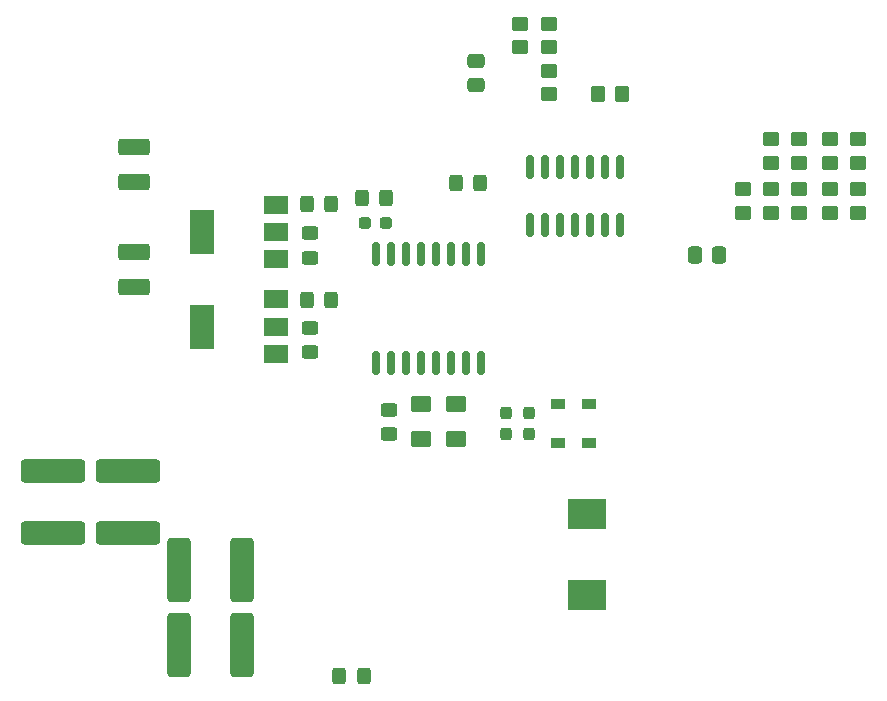
<source format=gbr>
%TF.GenerationSoftware,KiCad,Pcbnew,(6.0.1)*%
%TF.CreationDate,2023-02-17T13:15:31+03:00*%
%TF.ProjectId,_______ IGBT,14403039-3235-4402-9049-4742542e6b69,rev?*%
%TF.SameCoordinates,Original*%
%TF.FileFunction,Paste,Top*%
%TF.FilePolarity,Positive*%
%FSLAX46Y46*%
G04 Gerber Fmt 4.6, Leading zero omitted, Abs format (unit mm)*
G04 Created by KiCad (PCBNEW (6.0.1)) date 2023-02-17 13:15:31*
%MOMM*%
%LPD*%
G01*
G04 APERTURE LIST*
G04 Aperture macros list*
%AMRoundRect*
0 Rectangle with rounded corners*
0 $1 Rounding radius*
0 $2 $3 $4 $5 $6 $7 $8 $9 X,Y pos of 4 corners*
0 Add a 4 corners polygon primitive as box body*
4,1,4,$2,$3,$4,$5,$6,$7,$8,$9,$2,$3,0*
0 Add four circle primitives for the rounded corners*
1,1,$1+$1,$2,$3*
1,1,$1+$1,$4,$5*
1,1,$1+$1,$6,$7*
1,1,$1+$1,$8,$9*
0 Add four rect primitives between the rounded corners*
20,1,$1+$1,$2,$3,$4,$5,0*
20,1,$1+$1,$4,$5,$6,$7,0*
20,1,$1+$1,$6,$7,$8,$9,0*
20,1,$1+$1,$8,$9,$2,$3,0*%
G04 Aperture macros list end*
%ADD10RoundRect,0.250000X-0.450000X0.350000X-0.450000X-0.350000X0.450000X-0.350000X0.450000X0.350000X0*%
%ADD11RoundRect,0.250000X0.450000X-0.350000X0.450000X0.350000X-0.450000X0.350000X-0.450000X-0.350000X0*%
%ADD12RoundRect,0.250001X-1.074999X0.462499X-1.074999X-0.462499X1.074999X-0.462499X1.074999X0.462499X0*%
%ADD13RoundRect,0.250000X-0.475000X0.337500X-0.475000X-0.337500X0.475000X-0.337500X0.475000X0.337500X0*%
%ADD14RoundRect,0.250001X1.074999X-0.462499X1.074999X0.462499X-1.074999X0.462499X-1.074999X-0.462499X0*%
%ADD15RoundRect,0.237500X0.287500X0.237500X-0.287500X0.237500X-0.287500X-0.237500X0.287500X-0.237500X0*%
%ADD16RoundRect,0.237500X0.237500X-0.287500X0.237500X0.287500X-0.237500X0.287500X-0.237500X-0.287500X0*%
%ADD17RoundRect,0.250000X-0.325000X-0.450000X0.325000X-0.450000X0.325000X0.450000X-0.325000X0.450000X0*%
%ADD18RoundRect,0.250000X-0.450000X0.325000X-0.450000X-0.325000X0.450000X-0.325000X0.450000X0.325000X0*%
%ADD19RoundRect,0.150000X0.150000X-0.875000X0.150000X0.875000X-0.150000X0.875000X-0.150000X-0.875000X0*%
%ADD20R,1.200000X0.900000*%
%ADD21R,3.300000X2.500000*%
%ADD22RoundRect,0.250000X0.325000X0.450000X-0.325000X0.450000X-0.325000X-0.450000X0.325000X-0.450000X0*%
%ADD23RoundRect,0.250001X-0.624999X0.462499X-0.624999X-0.462499X0.624999X-0.462499X0.624999X0.462499X0*%
%ADD24RoundRect,0.249999X-0.737501X-2.450001X0.737501X-2.450001X0.737501X2.450001X-0.737501X2.450001X0*%
%ADD25RoundRect,0.249999X2.450001X-0.737501X2.450001X0.737501X-2.450001X0.737501X-2.450001X-0.737501X0*%
%ADD26R,2.000000X1.500000*%
%ADD27R,2.000000X3.800000*%
%ADD28RoundRect,0.150000X0.150000X-0.825000X0.150000X0.825000X-0.150000X0.825000X-0.150000X-0.825000X0*%
%ADD29RoundRect,0.250000X0.350000X0.450000X-0.350000X0.450000X-0.350000X-0.450000X0.350000X-0.450000X0*%
%ADD30RoundRect,0.250000X-0.337500X-0.475000X0.337500X-0.475000X0.337500X0.475000X-0.337500X0.475000X0*%
G04 APERTURE END LIST*
D10*
%TO.C,R22*%
X172009300Y-63078600D03*
X172009300Y-65078600D03*
%TD*%
D11*
%TO.C,R21*%
X174409300Y-65078600D03*
X174409300Y-63078600D03*
%TD*%
%TO.C,R19*%
X200609300Y-74878600D03*
X200609300Y-72878600D03*
%TD*%
%TO.C,R18*%
X200609300Y-79078600D03*
X200609300Y-77078600D03*
%TD*%
%TO.C,R17*%
X198209300Y-74878600D03*
X198209300Y-72878600D03*
%TD*%
D12*
%TO.C,C2*%
X139292300Y-73521100D03*
X139292300Y-76496100D03*
%TD*%
D13*
%TO.C,C3*%
X168209300Y-66241100D03*
X168209300Y-68316100D03*
%TD*%
D14*
%TO.C,C6*%
X139292300Y-85386100D03*
X139292300Y-82411100D03*
%TD*%
D15*
%TO.C,C7*%
X160614300Y-79961600D03*
X158864300Y-79961600D03*
%TD*%
D16*
%TO.C,C9*%
X170788300Y-97791100D03*
X170788300Y-96041100D03*
%TD*%
%TO.C,C10*%
X172756800Y-97791100D03*
X172756800Y-96041100D03*
%TD*%
D17*
%TO.C,C17*%
X153951800Y-78374100D03*
X156001800Y-78374100D03*
%TD*%
D18*
%TO.C,C18*%
X154151300Y-80832600D03*
X154151300Y-82882600D03*
%TD*%
D19*
%TO.C,D2*%
X159739300Y-91850600D03*
X161009300Y-91850600D03*
X162279300Y-91850600D03*
X163549300Y-91850600D03*
X164819300Y-91850600D03*
X166089300Y-91850600D03*
X167359300Y-91850600D03*
X168629300Y-91850600D03*
X168629300Y-82550600D03*
X167359300Y-82550600D03*
X166089300Y-82550600D03*
X164819300Y-82550600D03*
X163549300Y-82550600D03*
X162279300Y-82550600D03*
X161009300Y-82550600D03*
X159739300Y-82550600D03*
%TD*%
D20*
%TO.C,D4*%
X175169800Y-98566100D03*
X175169800Y-95266100D03*
%TD*%
D21*
%TO.C,D5*%
X177646300Y-111428600D03*
X177646300Y-104628600D03*
%TD*%
D17*
%TO.C,R1*%
X158587300Y-77802600D03*
X160637300Y-77802600D03*
%TD*%
D22*
%TO.C,R2*%
X158732300Y-118315600D03*
X156682300Y-118315600D03*
%TD*%
D18*
%TO.C,R4*%
X160882300Y-95764100D03*
X160882300Y-97814100D03*
%TD*%
D23*
%TO.C,R5*%
X166533800Y-95301600D03*
X166533800Y-98276600D03*
%TD*%
%TO.C,R6*%
X163549300Y-95301600D03*
X163549300Y-98276600D03*
%TD*%
D22*
%TO.C,R7*%
X168574800Y-76532600D03*
X166524800Y-76532600D03*
%TD*%
D24*
%TO.C,C4*%
X143131800Y-109298600D03*
X148406800Y-109298600D03*
%TD*%
D25*
%TO.C,C5*%
X132434300Y-106221100D03*
X132434300Y-100946100D03*
%TD*%
D24*
%TO.C,C8*%
X143131800Y-115648600D03*
X148406800Y-115648600D03*
%TD*%
D25*
%TO.C,C11*%
X138784300Y-106221100D03*
X138784300Y-100946100D03*
%TD*%
D26*
%TO.C,U1*%
X151332300Y-83023600D03*
X151332300Y-80723600D03*
X151332300Y-78423600D03*
D27*
X145032300Y-80723600D03*
%TD*%
D17*
%TO.C,C12*%
X153951800Y-86438600D03*
X156001800Y-86438600D03*
%TD*%
D18*
%TO.C,C13*%
X154151300Y-88851600D03*
X154151300Y-90901600D03*
%TD*%
D26*
%TO.C,U2*%
X151332300Y-91024600D03*
X151332300Y-88724600D03*
X151332300Y-86424600D03*
D27*
X145032300Y-88724600D03*
%TD*%
D10*
%TO.C,R14*%
X193209300Y-77078600D03*
X193209300Y-79078600D03*
%TD*%
%TO.C,R11*%
X195609300Y-77078600D03*
X195609300Y-79078600D03*
%TD*%
D28*
%TO.C,U3*%
X172799300Y-80153600D03*
X174069300Y-80153600D03*
X175339300Y-80153600D03*
X176609300Y-80153600D03*
X177879300Y-80153600D03*
X179149300Y-80153600D03*
X180419300Y-80153600D03*
X180419300Y-75203600D03*
X179149300Y-75203600D03*
X177879300Y-75203600D03*
X176609300Y-75203600D03*
X175339300Y-75203600D03*
X174069300Y-75203600D03*
X172799300Y-75203600D03*
%TD*%
D29*
%TO.C,R15*%
X180609300Y-69078600D03*
X178609300Y-69078600D03*
%TD*%
D11*
%TO.C,R10*%
X195609300Y-74878600D03*
X195609300Y-72878600D03*
%TD*%
D10*
%TO.C,R16*%
X174409300Y-67078600D03*
X174409300Y-69078600D03*
%TD*%
D20*
%TO.C,R8*%
X177809300Y-98566100D03*
X177809300Y-95266100D03*
%TD*%
D10*
%TO.C,R12*%
X190809300Y-77078600D03*
X190809300Y-79078600D03*
%TD*%
D30*
%TO.C,C14*%
X186771800Y-82678600D03*
X188846800Y-82678600D03*
%TD*%
D10*
%TO.C,R3*%
X193209300Y-72878600D03*
X193209300Y-74878600D03*
%TD*%
D11*
%TO.C,R9*%
X198209300Y-79078600D03*
X198209300Y-77078600D03*
%TD*%
M02*

</source>
